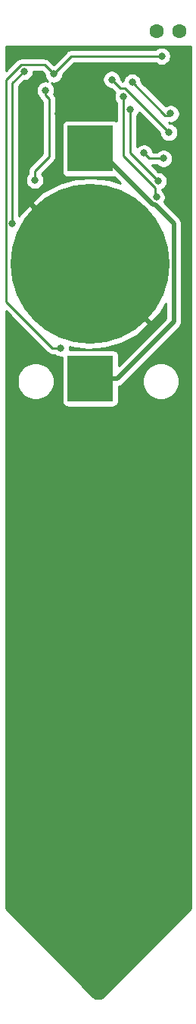
<source format=gbr>
G04 #@! TF.GenerationSoftware,KiCad,Pcbnew,(5.1.10)-1*
G04 #@! TF.CreationDate,2021-05-26T14:01:48+03:00*
G04 #@! TF.ProjectId,parasite,70617261-7369-4746-952e-6b696361645f,1.0.0*
G04 #@! TF.SameCoordinates,Original*
G04 #@! TF.FileFunction,Copper,L2,Bot*
G04 #@! TF.FilePolarity,Positive*
%FSLAX46Y46*%
G04 Gerber Fmt 4.6, Leading zero omitted, Abs format (unit mm)*
G04 Created by KiCad (PCBNEW (5.1.10)-1) date 2021-05-26 14:01:48*
%MOMM*%
%LPD*%
G01*
G04 APERTURE LIST*
G04 #@! TA.AperFunction,ComponentPad*
%ADD10C,1.600000*%
G04 #@! TD*
G04 #@! TA.AperFunction,SMDPad,CuDef*
%ADD11C,17.800000*%
G04 #@! TD*
G04 #@! TA.AperFunction,SMDPad,CuDef*
%ADD12R,5.100000X5.100000*%
G04 #@! TD*
G04 #@! TA.AperFunction,ViaPad*
%ADD13C,0.800000*%
G04 #@! TD*
G04 #@! TA.AperFunction,Conductor*
%ADD14C,0.250000*%
G04 #@! TD*
G04 #@! TA.AperFunction,Conductor*
%ADD15C,0.500000*%
G04 #@! TD*
G04 #@! TA.AperFunction,Conductor*
%ADD16C,0.254000*%
G04 #@! TD*
G04 #@! TA.AperFunction,Conductor*
%ADD17C,0.100000*%
G04 #@! TD*
G04 APERTURE END LIST*
D10*
X74560000Y-29050000D03*
X77100000Y-29050000D03*
D11*
X67100000Y-54900000D03*
D12*
X67100000Y-42100000D03*
X67100000Y-67700000D03*
D13*
X68700000Y-60700000D03*
X65800000Y-61100000D03*
X74800000Y-53800000D03*
X74800000Y-54700000D03*
X71300000Y-52400000D03*
X72200000Y-52400000D03*
X63500000Y-51400000D03*
X63500000Y-50500000D03*
X63500000Y-49600000D03*
X67198744Y-55038241D03*
X64100000Y-55237500D03*
X65862500Y-55237500D03*
X63500000Y-38200000D03*
X64700000Y-38200000D03*
X65800000Y-38200000D03*
X67100000Y-38200000D03*
X67100000Y-67700000D03*
X67800000Y-67000000D03*
X68550000Y-66250000D03*
X63000000Y-33800000D03*
X75100000Y-31800000D03*
X63800000Y-64300000D03*
X62100000Y-35600000D03*
X60900000Y-45600000D03*
X58400000Y-50400000D03*
X59699999Y-33500000D03*
X71800000Y-34700000D03*
X76100000Y-38200000D03*
X69500000Y-34400000D03*
X75900000Y-40300000D03*
X69500000Y-34400000D03*
X75300000Y-43200000D03*
X73119000Y-42600000D03*
X74700000Y-45700000D03*
X71600000Y-37700000D03*
X70800000Y-36300000D03*
X74493886Y-47510431D03*
D14*
X63225000Y-38275000D02*
X63300000Y-38200000D01*
X63200000Y-38200000D02*
X64500000Y-38200000D01*
X65800000Y-38200000D02*
X67100000Y-38200000D01*
D15*
X76450001Y-61399999D02*
X76450001Y-50450001D01*
X70150000Y-67700000D02*
X76450001Y-61399999D01*
X67100000Y-67700000D02*
X70150000Y-67700000D01*
X67825453Y-42100000D02*
X67100000Y-42100000D01*
X74085885Y-48360432D02*
X67825453Y-42100000D01*
X74360432Y-48360432D02*
X74085885Y-48360432D01*
X76450001Y-50450001D02*
X74360432Y-48360432D01*
D14*
X65000000Y-31800000D02*
X75100000Y-31800000D01*
X63000000Y-33800000D02*
X65000000Y-31800000D01*
X62846998Y-64300000D02*
X63800000Y-64300000D01*
X59351998Y-32774999D02*
X57674999Y-34451998D01*
X57674999Y-59128001D02*
X62846998Y-64300000D01*
X57674999Y-34451998D02*
X57674999Y-59128001D01*
X61974999Y-32774999D02*
X59351998Y-32774999D01*
X63000000Y-33800000D02*
X61974999Y-32774999D01*
X62100000Y-36165685D02*
X62500000Y-36565685D01*
X62100000Y-35600000D02*
X62100000Y-36165685D01*
X62500000Y-36565685D02*
X62500000Y-43000000D01*
X62500000Y-43000000D02*
X60900000Y-44600000D01*
X60900000Y-44600000D02*
X60900000Y-45600000D01*
X58400000Y-34799999D02*
X58400000Y-50400000D01*
X59699999Y-33500000D02*
X58400000Y-34799999D01*
X71800000Y-34700000D02*
X75500000Y-38400000D01*
X75900000Y-38400000D02*
X76100000Y-38200000D01*
X75500000Y-38400000D02*
X75900000Y-38400000D01*
X71000001Y-35400001D02*
X75900000Y-40300000D01*
X69500000Y-34400000D02*
X69899999Y-34799999D01*
X70500001Y-35400001D02*
X69500000Y-34400000D01*
X71000001Y-35400001D02*
X70500001Y-35400001D01*
X73719000Y-43200000D02*
X73119000Y-42600000D01*
X75300000Y-43200000D02*
X73719000Y-43200000D01*
X74700000Y-45700000D02*
X71600000Y-42600000D01*
X71600000Y-42600000D02*
X71600000Y-37700000D01*
X74400000Y-47500000D02*
X74400000Y-46500000D01*
X74400000Y-46500000D02*
X70800000Y-42900000D01*
X70800000Y-42900000D02*
X70800000Y-36300000D01*
D16*
X78340001Y-126726618D02*
X68556139Y-136510479D01*
X68417802Y-136624109D01*
X68288623Y-136693375D01*
X68148451Y-136736230D01*
X68002623Y-136751043D01*
X67856695Y-136737248D01*
X67716222Y-136695371D01*
X67586563Y-136627010D01*
X67448982Y-136515599D01*
X57660000Y-126726620D01*
X57660000Y-67794731D01*
X58915870Y-67794731D01*
X58915870Y-68205269D01*
X58995962Y-68607918D01*
X59153068Y-68987206D01*
X59381151Y-69328555D01*
X59671445Y-69618849D01*
X60012794Y-69846932D01*
X60392082Y-70004038D01*
X60794731Y-70084130D01*
X61205269Y-70084130D01*
X61607918Y-70004038D01*
X61987206Y-69846932D01*
X62328555Y-69618849D01*
X62618849Y-69328555D01*
X62846932Y-68987206D01*
X63004038Y-68607918D01*
X63084130Y-68205269D01*
X63084130Y-67794731D01*
X63004038Y-67392082D01*
X62846932Y-67012794D01*
X62618849Y-66671445D01*
X62328555Y-66381151D01*
X61987206Y-66153068D01*
X61607918Y-65995962D01*
X61205269Y-65915870D01*
X60794731Y-65915870D01*
X60392082Y-65995962D01*
X60012794Y-66153068D01*
X59671445Y-66381151D01*
X59381151Y-66671445D01*
X59153068Y-67012794D01*
X58995962Y-67392082D01*
X58915870Y-67794731D01*
X57660000Y-67794731D01*
X57660000Y-60187803D01*
X62283199Y-64811003D01*
X62306997Y-64840001D01*
X62335995Y-64863799D01*
X62422721Y-64934974D01*
X62554751Y-65005546D01*
X62698012Y-65049003D01*
X62809665Y-65060000D01*
X62809674Y-65060000D01*
X62846997Y-65063676D01*
X62884320Y-65060000D01*
X63096289Y-65060000D01*
X63140226Y-65103937D01*
X63309744Y-65217205D01*
X63498102Y-65295226D01*
X63698061Y-65335000D01*
X63901939Y-65335000D01*
X63911928Y-65333013D01*
X63911928Y-70250000D01*
X63924188Y-70374482D01*
X63960498Y-70494180D01*
X64019463Y-70604494D01*
X64098815Y-70701185D01*
X64195506Y-70780537D01*
X64305820Y-70839502D01*
X64425518Y-70875812D01*
X64550000Y-70888072D01*
X69650000Y-70888072D01*
X69774482Y-70875812D01*
X69894180Y-70839502D01*
X70004494Y-70780537D01*
X70101185Y-70701185D01*
X70180537Y-70604494D01*
X70239502Y-70494180D01*
X70275812Y-70374482D01*
X70288072Y-70250000D01*
X70288072Y-68575683D01*
X70323490Y-68572195D01*
X70490313Y-68521589D01*
X70644059Y-68439411D01*
X70778817Y-68328817D01*
X70806534Y-68295044D01*
X71306847Y-67794731D01*
X72915870Y-67794731D01*
X72915870Y-68205269D01*
X72995962Y-68607918D01*
X73153068Y-68987206D01*
X73381151Y-69328555D01*
X73671445Y-69618849D01*
X74012794Y-69846932D01*
X74392082Y-70004038D01*
X74794731Y-70084130D01*
X75205269Y-70084130D01*
X75607918Y-70004038D01*
X75987206Y-69846932D01*
X76328555Y-69618849D01*
X76618849Y-69328555D01*
X76846932Y-68987206D01*
X77004038Y-68607918D01*
X77084130Y-68205269D01*
X77084130Y-67794731D01*
X77004038Y-67392082D01*
X76846932Y-67012794D01*
X76618849Y-66671445D01*
X76328555Y-66381151D01*
X75987206Y-66153068D01*
X75607918Y-65995962D01*
X75205269Y-65915870D01*
X74794731Y-65915870D01*
X74392082Y-65995962D01*
X74012794Y-66153068D01*
X73671445Y-66381151D01*
X73381151Y-66671445D01*
X73153068Y-67012794D01*
X72995962Y-67392082D01*
X72915870Y-67794731D01*
X71306847Y-67794731D01*
X77045052Y-62056527D01*
X77078818Y-62028816D01*
X77189412Y-61894058D01*
X77271590Y-61740312D01*
X77322196Y-61573489D01*
X77335001Y-61443476D01*
X77335001Y-61443468D01*
X77339282Y-61399999D01*
X77335001Y-61356530D01*
X77335001Y-50493470D01*
X77339282Y-50450001D01*
X77335001Y-50406532D01*
X77335001Y-50406524D01*
X77322196Y-50276511D01*
X77271590Y-50109688D01*
X77189412Y-49955942D01*
X77078818Y-49821184D01*
X77045050Y-49793471D01*
X75347474Y-48095896D01*
X75411091Y-48000687D01*
X75489112Y-47812329D01*
X75528886Y-47612370D01*
X75528886Y-47408492D01*
X75489112Y-47208533D01*
X75411091Y-47020175D01*
X75297823Y-46850657D01*
X75160000Y-46712834D01*
X75160000Y-46629738D01*
X75190256Y-46617205D01*
X75359774Y-46503937D01*
X75503937Y-46359774D01*
X75617205Y-46190256D01*
X75695226Y-46001898D01*
X75735000Y-45801939D01*
X75735000Y-45598061D01*
X75695226Y-45398102D01*
X75617205Y-45209744D01*
X75503937Y-45040226D01*
X75359774Y-44896063D01*
X75190256Y-44782795D01*
X75001898Y-44704774D01*
X74801939Y-44665000D01*
X74739802Y-44665000D01*
X74034802Y-43960000D01*
X74596289Y-43960000D01*
X74640226Y-44003937D01*
X74809744Y-44117205D01*
X74998102Y-44195226D01*
X75198061Y-44235000D01*
X75401939Y-44235000D01*
X75601898Y-44195226D01*
X75790256Y-44117205D01*
X75959774Y-44003937D01*
X76103937Y-43859774D01*
X76217205Y-43690256D01*
X76295226Y-43501898D01*
X76335000Y-43301939D01*
X76335000Y-43098061D01*
X76295226Y-42898102D01*
X76217205Y-42709744D01*
X76103937Y-42540226D01*
X75959774Y-42396063D01*
X75790256Y-42282795D01*
X75601898Y-42204774D01*
X75401939Y-42165000D01*
X75198061Y-42165000D01*
X74998102Y-42204774D01*
X74809744Y-42282795D01*
X74640226Y-42396063D01*
X74596289Y-42440000D01*
X74142451Y-42440000D01*
X74114226Y-42298102D01*
X74036205Y-42109744D01*
X73922937Y-41940226D01*
X73778774Y-41796063D01*
X73609256Y-41682795D01*
X73420898Y-41604774D01*
X73220939Y-41565000D01*
X73017061Y-41565000D01*
X72817102Y-41604774D01*
X72628744Y-41682795D01*
X72459226Y-41796063D01*
X72360000Y-41895289D01*
X72360000Y-38403711D01*
X72403937Y-38359774D01*
X72517205Y-38190256D01*
X72575271Y-38050073D01*
X74865000Y-40339802D01*
X74865000Y-40401939D01*
X74904774Y-40601898D01*
X74982795Y-40790256D01*
X75096063Y-40959774D01*
X75240226Y-41103937D01*
X75409744Y-41217205D01*
X75598102Y-41295226D01*
X75798061Y-41335000D01*
X76001939Y-41335000D01*
X76201898Y-41295226D01*
X76390256Y-41217205D01*
X76559774Y-41103937D01*
X76703937Y-40959774D01*
X76817205Y-40790256D01*
X76895226Y-40601898D01*
X76935000Y-40401939D01*
X76935000Y-40198061D01*
X76895226Y-39998102D01*
X76817205Y-39809744D01*
X76703937Y-39640226D01*
X76559774Y-39496063D01*
X76390256Y-39382795D01*
X76201898Y-39304774D01*
X76001939Y-39265000D01*
X75939802Y-39265000D01*
X75887887Y-39213085D01*
X75998061Y-39235000D01*
X76201939Y-39235000D01*
X76401898Y-39195226D01*
X76590256Y-39117205D01*
X76759774Y-39003937D01*
X76903937Y-38859774D01*
X77017205Y-38690256D01*
X77095226Y-38501898D01*
X77135000Y-38301939D01*
X77135000Y-38098061D01*
X77095226Y-37898102D01*
X77017205Y-37709744D01*
X76903937Y-37540226D01*
X76759774Y-37396063D01*
X76590256Y-37282795D01*
X76401898Y-37204774D01*
X76201939Y-37165000D01*
X75998061Y-37165000D01*
X75798102Y-37204774D01*
X75609744Y-37282795D01*
X75518538Y-37343736D01*
X72835000Y-34660199D01*
X72835000Y-34598061D01*
X72795226Y-34398102D01*
X72717205Y-34209744D01*
X72603937Y-34040226D01*
X72459774Y-33896063D01*
X72290256Y-33782795D01*
X72101898Y-33704774D01*
X71901939Y-33665000D01*
X71698061Y-33665000D01*
X71498102Y-33704774D01*
X71309744Y-33782795D01*
X71140226Y-33896063D01*
X70996063Y-34040226D01*
X70882795Y-34209744D01*
X70804774Y-34398102D01*
X70766305Y-34591503D01*
X70535000Y-34360199D01*
X70535000Y-34298061D01*
X70495226Y-34098102D01*
X70417205Y-33909744D01*
X70303937Y-33740226D01*
X70159774Y-33596063D01*
X69990256Y-33482795D01*
X69801898Y-33404774D01*
X69601939Y-33365000D01*
X69398061Y-33365000D01*
X69198102Y-33404774D01*
X69009744Y-33482795D01*
X68840226Y-33596063D01*
X68696063Y-33740226D01*
X68582795Y-33909744D01*
X68504774Y-34098102D01*
X68465000Y-34298061D01*
X68465000Y-34501939D01*
X68504774Y-34701898D01*
X68582795Y-34890256D01*
X68696063Y-35059774D01*
X68840226Y-35203937D01*
X69009744Y-35317205D01*
X69198102Y-35395226D01*
X69398061Y-35435000D01*
X69460199Y-35435000D01*
X69868779Y-35843581D01*
X69804774Y-35998102D01*
X69765000Y-36198061D01*
X69765000Y-36401939D01*
X69804774Y-36601898D01*
X69882795Y-36790256D01*
X69996063Y-36959774D01*
X70040001Y-37003712D01*
X70040001Y-39048602D01*
X70004494Y-39019463D01*
X69894180Y-38960498D01*
X69774482Y-38924188D01*
X69650000Y-38911928D01*
X64550000Y-38911928D01*
X64425518Y-38924188D01*
X64305820Y-38960498D01*
X64195506Y-39019463D01*
X64098815Y-39098815D01*
X64019463Y-39195506D01*
X63960498Y-39305820D01*
X63924188Y-39425518D01*
X63911928Y-39550000D01*
X63911928Y-44650000D01*
X63924188Y-44774482D01*
X63960498Y-44894180D01*
X64019463Y-45004494D01*
X64098815Y-45101185D01*
X64195506Y-45180537D01*
X64305820Y-45239502D01*
X64425518Y-45275812D01*
X64550000Y-45288072D01*
X69650000Y-45288072D01*
X69751910Y-45278035D01*
X70433997Y-45960123D01*
X69212984Y-45554762D01*
X67349218Y-45322106D01*
X65475875Y-45457522D01*
X63664946Y-45955808D01*
X61986024Y-46797814D01*
X61571590Y-47074730D01*
X60527775Y-48148170D01*
X67100000Y-54720395D01*
X67114143Y-54706253D01*
X67293748Y-54885858D01*
X67279605Y-54900000D01*
X73851830Y-61472225D01*
X74925270Y-60428410D01*
X75565001Y-59302989D01*
X75565001Y-61033420D01*
X70288072Y-66310350D01*
X70288072Y-65150000D01*
X70275812Y-65025518D01*
X70239502Y-64905820D01*
X70180537Y-64795506D01*
X70101185Y-64698815D01*
X70004494Y-64619463D01*
X69894180Y-64560498D01*
X69774482Y-64524188D01*
X69650000Y-64511928D01*
X64813122Y-64511928D01*
X64835000Y-64401939D01*
X64835000Y-64198061D01*
X64834299Y-64194538D01*
X64987016Y-64245238D01*
X66850782Y-64477894D01*
X68724125Y-64342478D01*
X70535054Y-63844192D01*
X72213976Y-63002186D01*
X72628410Y-62725270D01*
X73672225Y-61651830D01*
X67100000Y-55079605D01*
X67085858Y-55093748D01*
X66906253Y-54914143D01*
X66920395Y-54900000D01*
X60348170Y-48327775D01*
X59274730Y-49371590D01*
X59160000Y-49573424D01*
X59160000Y-35114800D01*
X59739801Y-34535000D01*
X59801938Y-34535000D01*
X60001897Y-34495226D01*
X60190255Y-34417205D01*
X60359773Y-34303937D01*
X60503936Y-34159774D01*
X60617204Y-33990256D01*
X60695225Y-33801898D01*
X60734999Y-33601939D01*
X60734999Y-33534999D01*
X61660198Y-33534999D01*
X61965000Y-33839802D01*
X61965000Y-33901939D01*
X62004774Y-34101898D01*
X62082795Y-34290256D01*
X62196063Y-34459774D01*
X62325958Y-34589669D01*
X62201939Y-34565000D01*
X61998061Y-34565000D01*
X61798102Y-34604774D01*
X61609744Y-34682795D01*
X61440226Y-34796063D01*
X61296063Y-34940226D01*
X61182795Y-35109744D01*
X61104774Y-35298102D01*
X61065000Y-35498061D01*
X61065000Y-35701939D01*
X61104774Y-35901898D01*
X61182795Y-36090256D01*
X61296063Y-36259774D01*
X61351013Y-36314724D01*
X61394454Y-36457932D01*
X61419037Y-36503921D01*
X61465026Y-36589961D01*
X61526610Y-36665000D01*
X61560000Y-36705686D01*
X61588998Y-36729484D01*
X61740000Y-36880487D01*
X61740001Y-42685197D01*
X60389003Y-44036196D01*
X60359999Y-44059999D01*
X60313052Y-44117205D01*
X60265026Y-44175724D01*
X60254602Y-44195226D01*
X60194454Y-44307754D01*
X60150997Y-44451015D01*
X60140000Y-44562668D01*
X60140000Y-44562678D01*
X60136324Y-44600000D01*
X60140000Y-44637323D01*
X60140000Y-44896289D01*
X60096063Y-44940226D01*
X59982795Y-45109744D01*
X59904774Y-45298102D01*
X59865000Y-45498061D01*
X59865000Y-45701939D01*
X59904774Y-45901898D01*
X59982795Y-46090256D01*
X60096063Y-46259774D01*
X60240226Y-46403937D01*
X60409744Y-46517205D01*
X60598102Y-46595226D01*
X60798061Y-46635000D01*
X61001939Y-46635000D01*
X61201898Y-46595226D01*
X61390256Y-46517205D01*
X61559774Y-46403937D01*
X61703937Y-46259774D01*
X61817205Y-46090256D01*
X61895226Y-45901898D01*
X61935000Y-45701939D01*
X61935000Y-45498061D01*
X61895226Y-45298102D01*
X61817205Y-45109744D01*
X61703937Y-44940226D01*
X61669256Y-44905545D01*
X63011003Y-43563799D01*
X63040001Y-43540001D01*
X63134974Y-43424276D01*
X63205546Y-43292247D01*
X63249003Y-43148986D01*
X63260000Y-43037333D01*
X63260000Y-43037325D01*
X63263676Y-43000000D01*
X63260000Y-42962675D01*
X63260000Y-36603007D01*
X63263676Y-36565684D01*
X63260000Y-36528361D01*
X63260000Y-36528352D01*
X63249003Y-36416699D01*
X63205546Y-36273438D01*
X63134974Y-36141409D01*
X63042627Y-36028883D01*
X63095226Y-35901898D01*
X63135000Y-35701939D01*
X63135000Y-35498061D01*
X63095226Y-35298102D01*
X63017205Y-35109744D01*
X62903937Y-34940226D01*
X62774042Y-34810331D01*
X62898061Y-34835000D01*
X63101939Y-34835000D01*
X63301898Y-34795226D01*
X63490256Y-34717205D01*
X63659774Y-34603937D01*
X63803937Y-34459774D01*
X63917205Y-34290256D01*
X63995226Y-34101898D01*
X64035000Y-33901939D01*
X64035000Y-33839801D01*
X65314802Y-32560000D01*
X74396289Y-32560000D01*
X74440226Y-32603937D01*
X74609744Y-32717205D01*
X74798102Y-32795226D01*
X74998061Y-32835000D01*
X75201939Y-32835000D01*
X75401898Y-32795226D01*
X75590256Y-32717205D01*
X75759774Y-32603937D01*
X75903937Y-32459774D01*
X76017205Y-32290256D01*
X76095226Y-32101898D01*
X76135000Y-31901939D01*
X76135000Y-31698061D01*
X76095226Y-31498102D01*
X76017205Y-31309744D01*
X75903937Y-31140226D01*
X75759774Y-30996063D01*
X75590256Y-30882795D01*
X75401898Y-30804774D01*
X75201939Y-30765000D01*
X74998061Y-30765000D01*
X74798102Y-30804774D01*
X74609744Y-30882795D01*
X74440226Y-30996063D01*
X74396289Y-31040000D01*
X65037322Y-31040000D01*
X64999999Y-31036324D01*
X64962676Y-31040000D01*
X64962667Y-31040000D01*
X64851014Y-31050997D01*
X64707753Y-31094454D01*
X64575723Y-31165026D01*
X64492083Y-31233668D01*
X64459999Y-31259999D01*
X64436201Y-31288997D01*
X63000000Y-32725199D01*
X62538803Y-32264001D01*
X62515000Y-32234998D01*
X62399275Y-32140025D01*
X62267246Y-32069453D01*
X62123985Y-32025996D01*
X62012332Y-32014999D01*
X62012321Y-32014999D01*
X61974999Y-32011323D01*
X61937677Y-32014999D01*
X59389323Y-32014999D01*
X59351998Y-32011323D01*
X59314673Y-32014999D01*
X59314665Y-32014999D01*
X59203012Y-32025996D01*
X59059751Y-32069453D01*
X58927722Y-32140025D01*
X58811997Y-32234998D01*
X58788199Y-32263996D01*
X57660000Y-33392196D01*
X57660000Y-30727000D01*
X78340000Y-30727000D01*
X78340001Y-126726618D01*
G04 #@! TA.AperFunction,Conductor*
D17*
G36*
X78340001Y-126726618D02*
G01*
X68556139Y-136510479D01*
X68417802Y-136624109D01*
X68288623Y-136693375D01*
X68148451Y-136736230D01*
X68002623Y-136751043D01*
X67856695Y-136737248D01*
X67716222Y-136695371D01*
X67586563Y-136627010D01*
X67448982Y-136515599D01*
X57660000Y-126726620D01*
X57660000Y-67794731D01*
X58915870Y-67794731D01*
X58915870Y-68205269D01*
X58995962Y-68607918D01*
X59153068Y-68987206D01*
X59381151Y-69328555D01*
X59671445Y-69618849D01*
X60012794Y-69846932D01*
X60392082Y-70004038D01*
X60794731Y-70084130D01*
X61205269Y-70084130D01*
X61607918Y-70004038D01*
X61987206Y-69846932D01*
X62328555Y-69618849D01*
X62618849Y-69328555D01*
X62846932Y-68987206D01*
X63004038Y-68607918D01*
X63084130Y-68205269D01*
X63084130Y-67794731D01*
X63004038Y-67392082D01*
X62846932Y-67012794D01*
X62618849Y-66671445D01*
X62328555Y-66381151D01*
X61987206Y-66153068D01*
X61607918Y-65995962D01*
X61205269Y-65915870D01*
X60794731Y-65915870D01*
X60392082Y-65995962D01*
X60012794Y-66153068D01*
X59671445Y-66381151D01*
X59381151Y-66671445D01*
X59153068Y-67012794D01*
X58995962Y-67392082D01*
X58915870Y-67794731D01*
X57660000Y-67794731D01*
X57660000Y-60187803D01*
X62283199Y-64811003D01*
X62306997Y-64840001D01*
X62335995Y-64863799D01*
X62422721Y-64934974D01*
X62554751Y-65005546D01*
X62698012Y-65049003D01*
X62809665Y-65060000D01*
X62809674Y-65060000D01*
X62846997Y-65063676D01*
X62884320Y-65060000D01*
X63096289Y-65060000D01*
X63140226Y-65103937D01*
X63309744Y-65217205D01*
X63498102Y-65295226D01*
X63698061Y-65335000D01*
X63901939Y-65335000D01*
X63911928Y-65333013D01*
X63911928Y-70250000D01*
X63924188Y-70374482D01*
X63960498Y-70494180D01*
X64019463Y-70604494D01*
X64098815Y-70701185D01*
X64195506Y-70780537D01*
X64305820Y-70839502D01*
X64425518Y-70875812D01*
X64550000Y-70888072D01*
X69650000Y-70888072D01*
X69774482Y-70875812D01*
X69894180Y-70839502D01*
X70004494Y-70780537D01*
X70101185Y-70701185D01*
X70180537Y-70604494D01*
X70239502Y-70494180D01*
X70275812Y-70374482D01*
X70288072Y-70250000D01*
X70288072Y-68575683D01*
X70323490Y-68572195D01*
X70490313Y-68521589D01*
X70644059Y-68439411D01*
X70778817Y-68328817D01*
X70806534Y-68295044D01*
X71306847Y-67794731D01*
X72915870Y-67794731D01*
X72915870Y-68205269D01*
X72995962Y-68607918D01*
X73153068Y-68987206D01*
X73381151Y-69328555D01*
X73671445Y-69618849D01*
X74012794Y-69846932D01*
X74392082Y-70004038D01*
X74794731Y-70084130D01*
X75205269Y-70084130D01*
X75607918Y-70004038D01*
X75987206Y-69846932D01*
X76328555Y-69618849D01*
X76618849Y-69328555D01*
X76846932Y-68987206D01*
X77004038Y-68607918D01*
X77084130Y-68205269D01*
X77084130Y-67794731D01*
X77004038Y-67392082D01*
X76846932Y-67012794D01*
X76618849Y-66671445D01*
X76328555Y-66381151D01*
X75987206Y-66153068D01*
X75607918Y-65995962D01*
X75205269Y-65915870D01*
X74794731Y-65915870D01*
X74392082Y-65995962D01*
X74012794Y-66153068D01*
X73671445Y-66381151D01*
X73381151Y-66671445D01*
X73153068Y-67012794D01*
X72995962Y-67392082D01*
X72915870Y-67794731D01*
X71306847Y-67794731D01*
X77045052Y-62056527D01*
X77078818Y-62028816D01*
X77189412Y-61894058D01*
X77271590Y-61740312D01*
X77322196Y-61573489D01*
X77335001Y-61443476D01*
X77335001Y-61443468D01*
X77339282Y-61399999D01*
X77335001Y-61356530D01*
X77335001Y-50493470D01*
X77339282Y-50450001D01*
X77335001Y-50406532D01*
X77335001Y-50406524D01*
X77322196Y-50276511D01*
X77271590Y-50109688D01*
X77189412Y-49955942D01*
X77078818Y-49821184D01*
X77045050Y-49793471D01*
X75347474Y-48095896D01*
X75411091Y-48000687D01*
X75489112Y-47812329D01*
X75528886Y-47612370D01*
X75528886Y-47408492D01*
X75489112Y-47208533D01*
X75411091Y-47020175D01*
X75297823Y-46850657D01*
X75160000Y-46712834D01*
X75160000Y-46629738D01*
X75190256Y-46617205D01*
X75359774Y-46503937D01*
X75503937Y-46359774D01*
X75617205Y-46190256D01*
X75695226Y-46001898D01*
X75735000Y-45801939D01*
X75735000Y-45598061D01*
X75695226Y-45398102D01*
X75617205Y-45209744D01*
X75503937Y-45040226D01*
X75359774Y-44896063D01*
X75190256Y-44782795D01*
X75001898Y-44704774D01*
X74801939Y-44665000D01*
X74739802Y-44665000D01*
X74034802Y-43960000D01*
X74596289Y-43960000D01*
X74640226Y-44003937D01*
X74809744Y-44117205D01*
X74998102Y-44195226D01*
X75198061Y-44235000D01*
X75401939Y-44235000D01*
X75601898Y-44195226D01*
X75790256Y-44117205D01*
X75959774Y-44003937D01*
X76103937Y-43859774D01*
X76217205Y-43690256D01*
X76295226Y-43501898D01*
X76335000Y-43301939D01*
X76335000Y-43098061D01*
X76295226Y-42898102D01*
X76217205Y-42709744D01*
X76103937Y-42540226D01*
X75959774Y-42396063D01*
X75790256Y-42282795D01*
X75601898Y-42204774D01*
X75401939Y-42165000D01*
X75198061Y-42165000D01*
X74998102Y-42204774D01*
X74809744Y-42282795D01*
X74640226Y-42396063D01*
X74596289Y-42440000D01*
X74142451Y-42440000D01*
X74114226Y-42298102D01*
X74036205Y-42109744D01*
X73922937Y-41940226D01*
X73778774Y-41796063D01*
X73609256Y-41682795D01*
X73420898Y-41604774D01*
X73220939Y-41565000D01*
X73017061Y-41565000D01*
X72817102Y-41604774D01*
X72628744Y-41682795D01*
X72459226Y-41796063D01*
X72360000Y-41895289D01*
X72360000Y-38403711D01*
X72403937Y-38359774D01*
X72517205Y-38190256D01*
X72575271Y-38050073D01*
X74865000Y-40339802D01*
X74865000Y-40401939D01*
X74904774Y-40601898D01*
X74982795Y-40790256D01*
X75096063Y-40959774D01*
X75240226Y-41103937D01*
X75409744Y-41217205D01*
X75598102Y-41295226D01*
X75798061Y-41335000D01*
X76001939Y-41335000D01*
X76201898Y-41295226D01*
X76390256Y-41217205D01*
X76559774Y-41103937D01*
X76703937Y-40959774D01*
X76817205Y-40790256D01*
X76895226Y-40601898D01*
X76935000Y-40401939D01*
X76935000Y-40198061D01*
X76895226Y-39998102D01*
X76817205Y-39809744D01*
X76703937Y-39640226D01*
X76559774Y-39496063D01*
X76390256Y-39382795D01*
X76201898Y-39304774D01*
X76001939Y-39265000D01*
X75939802Y-39265000D01*
X75887887Y-39213085D01*
X75998061Y-39235000D01*
X76201939Y-39235000D01*
X76401898Y-39195226D01*
X76590256Y-39117205D01*
X76759774Y-39003937D01*
X76903937Y-38859774D01*
X77017205Y-38690256D01*
X77095226Y-38501898D01*
X77135000Y-38301939D01*
X77135000Y-38098061D01*
X77095226Y-37898102D01*
X77017205Y-37709744D01*
X76903937Y-37540226D01*
X76759774Y-37396063D01*
X76590256Y-37282795D01*
X76401898Y-37204774D01*
X76201939Y-37165000D01*
X75998061Y-37165000D01*
X75798102Y-37204774D01*
X75609744Y-37282795D01*
X75518538Y-37343736D01*
X72835000Y-34660199D01*
X72835000Y-34598061D01*
X72795226Y-34398102D01*
X72717205Y-34209744D01*
X72603937Y-34040226D01*
X72459774Y-33896063D01*
X72290256Y-33782795D01*
X72101898Y-33704774D01*
X71901939Y-33665000D01*
X71698061Y-33665000D01*
X71498102Y-33704774D01*
X71309744Y-33782795D01*
X71140226Y-33896063D01*
X70996063Y-34040226D01*
X70882795Y-34209744D01*
X70804774Y-34398102D01*
X70766305Y-34591503D01*
X70535000Y-34360199D01*
X70535000Y-34298061D01*
X70495226Y-34098102D01*
X70417205Y-33909744D01*
X70303937Y-33740226D01*
X70159774Y-33596063D01*
X69990256Y-33482795D01*
X69801898Y-33404774D01*
X69601939Y-33365000D01*
X69398061Y-33365000D01*
X69198102Y-33404774D01*
X69009744Y-33482795D01*
X68840226Y-33596063D01*
X68696063Y-33740226D01*
X68582795Y-33909744D01*
X68504774Y-34098102D01*
X68465000Y-34298061D01*
X68465000Y-34501939D01*
X68504774Y-34701898D01*
X68582795Y-34890256D01*
X68696063Y-35059774D01*
X68840226Y-35203937D01*
X69009744Y-35317205D01*
X69198102Y-35395226D01*
X69398061Y-35435000D01*
X69460199Y-35435000D01*
X69868779Y-35843581D01*
X69804774Y-35998102D01*
X69765000Y-36198061D01*
X69765000Y-36401939D01*
X69804774Y-36601898D01*
X69882795Y-36790256D01*
X69996063Y-36959774D01*
X70040001Y-37003712D01*
X70040001Y-39048602D01*
X70004494Y-39019463D01*
X69894180Y-38960498D01*
X69774482Y-38924188D01*
X69650000Y-38911928D01*
X64550000Y-38911928D01*
X64425518Y-38924188D01*
X64305820Y-38960498D01*
X64195506Y-39019463D01*
X64098815Y-39098815D01*
X64019463Y-39195506D01*
X63960498Y-39305820D01*
X63924188Y-39425518D01*
X63911928Y-39550000D01*
X63911928Y-44650000D01*
X63924188Y-44774482D01*
X63960498Y-44894180D01*
X64019463Y-45004494D01*
X64098815Y-45101185D01*
X64195506Y-45180537D01*
X64305820Y-45239502D01*
X64425518Y-45275812D01*
X64550000Y-45288072D01*
X69650000Y-45288072D01*
X69751910Y-45278035D01*
X70433997Y-45960123D01*
X69212984Y-45554762D01*
X67349218Y-45322106D01*
X65475875Y-45457522D01*
X63664946Y-45955808D01*
X61986024Y-46797814D01*
X61571590Y-47074730D01*
X60527775Y-48148170D01*
X67100000Y-54720395D01*
X67114143Y-54706253D01*
X67293748Y-54885858D01*
X67279605Y-54900000D01*
X73851830Y-61472225D01*
X74925270Y-60428410D01*
X75565001Y-59302989D01*
X75565001Y-61033420D01*
X70288072Y-66310350D01*
X70288072Y-65150000D01*
X70275812Y-65025518D01*
X70239502Y-64905820D01*
X70180537Y-64795506D01*
X70101185Y-64698815D01*
X70004494Y-64619463D01*
X69894180Y-64560498D01*
X69774482Y-64524188D01*
X69650000Y-64511928D01*
X64813122Y-64511928D01*
X64835000Y-64401939D01*
X64835000Y-64198061D01*
X64834299Y-64194538D01*
X64987016Y-64245238D01*
X66850782Y-64477894D01*
X68724125Y-64342478D01*
X70535054Y-63844192D01*
X72213976Y-63002186D01*
X72628410Y-62725270D01*
X73672225Y-61651830D01*
X67100000Y-55079605D01*
X67085858Y-55093748D01*
X66906253Y-54914143D01*
X66920395Y-54900000D01*
X60348170Y-48327775D01*
X59274730Y-49371590D01*
X59160000Y-49573424D01*
X59160000Y-35114800D01*
X59739801Y-34535000D01*
X59801938Y-34535000D01*
X60001897Y-34495226D01*
X60190255Y-34417205D01*
X60359773Y-34303937D01*
X60503936Y-34159774D01*
X60617204Y-33990256D01*
X60695225Y-33801898D01*
X60734999Y-33601939D01*
X60734999Y-33534999D01*
X61660198Y-33534999D01*
X61965000Y-33839802D01*
X61965000Y-33901939D01*
X62004774Y-34101898D01*
X62082795Y-34290256D01*
X62196063Y-34459774D01*
X62325958Y-34589669D01*
X62201939Y-34565000D01*
X61998061Y-34565000D01*
X61798102Y-34604774D01*
X61609744Y-34682795D01*
X61440226Y-34796063D01*
X61296063Y-34940226D01*
X61182795Y-35109744D01*
X61104774Y-35298102D01*
X61065000Y-35498061D01*
X61065000Y-35701939D01*
X61104774Y-35901898D01*
X61182795Y-36090256D01*
X61296063Y-36259774D01*
X61351013Y-36314724D01*
X61394454Y-36457932D01*
X61419037Y-36503921D01*
X61465026Y-36589961D01*
X61526610Y-36665000D01*
X61560000Y-36705686D01*
X61588998Y-36729484D01*
X61740000Y-36880487D01*
X61740001Y-42685197D01*
X60389003Y-44036196D01*
X60359999Y-44059999D01*
X60313052Y-44117205D01*
X60265026Y-44175724D01*
X60254602Y-44195226D01*
X60194454Y-44307754D01*
X60150997Y-44451015D01*
X60140000Y-44562668D01*
X60140000Y-44562678D01*
X60136324Y-44600000D01*
X60140000Y-44637323D01*
X60140000Y-44896289D01*
X60096063Y-44940226D01*
X59982795Y-45109744D01*
X59904774Y-45298102D01*
X59865000Y-45498061D01*
X59865000Y-45701939D01*
X59904774Y-45901898D01*
X59982795Y-46090256D01*
X60096063Y-46259774D01*
X60240226Y-46403937D01*
X60409744Y-46517205D01*
X60598102Y-46595226D01*
X60798061Y-46635000D01*
X61001939Y-46635000D01*
X61201898Y-46595226D01*
X61390256Y-46517205D01*
X61559774Y-46403937D01*
X61703937Y-46259774D01*
X61817205Y-46090256D01*
X61895226Y-45901898D01*
X61935000Y-45701939D01*
X61935000Y-45498061D01*
X61895226Y-45298102D01*
X61817205Y-45109744D01*
X61703937Y-44940226D01*
X61669256Y-44905545D01*
X63011003Y-43563799D01*
X63040001Y-43540001D01*
X63134974Y-43424276D01*
X63205546Y-43292247D01*
X63249003Y-43148986D01*
X63260000Y-43037333D01*
X63260000Y-43037325D01*
X63263676Y-43000000D01*
X63260000Y-42962675D01*
X63260000Y-36603007D01*
X63263676Y-36565684D01*
X63260000Y-36528361D01*
X63260000Y-36528352D01*
X63249003Y-36416699D01*
X63205546Y-36273438D01*
X63134974Y-36141409D01*
X63042627Y-36028883D01*
X63095226Y-35901898D01*
X63135000Y-35701939D01*
X63135000Y-35498061D01*
X63095226Y-35298102D01*
X63017205Y-35109744D01*
X62903937Y-34940226D01*
X62774042Y-34810331D01*
X62898061Y-34835000D01*
X63101939Y-34835000D01*
X63301898Y-34795226D01*
X63490256Y-34717205D01*
X63659774Y-34603937D01*
X63803937Y-34459774D01*
X63917205Y-34290256D01*
X63995226Y-34101898D01*
X64035000Y-33901939D01*
X64035000Y-33839801D01*
X65314802Y-32560000D01*
X74396289Y-32560000D01*
X74440226Y-32603937D01*
X74609744Y-32717205D01*
X74798102Y-32795226D01*
X74998061Y-32835000D01*
X75201939Y-32835000D01*
X75401898Y-32795226D01*
X75590256Y-32717205D01*
X75759774Y-32603937D01*
X75903937Y-32459774D01*
X76017205Y-32290256D01*
X76095226Y-32101898D01*
X76135000Y-31901939D01*
X76135000Y-31698061D01*
X76095226Y-31498102D01*
X76017205Y-31309744D01*
X75903937Y-31140226D01*
X75759774Y-30996063D01*
X75590256Y-30882795D01*
X75401898Y-30804774D01*
X75201939Y-30765000D01*
X74998061Y-30765000D01*
X74798102Y-30804774D01*
X74609744Y-30882795D01*
X74440226Y-30996063D01*
X74396289Y-31040000D01*
X65037322Y-31040000D01*
X64999999Y-31036324D01*
X64962676Y-31040000D01*
X64962667Y-31040000D01*
X64851014Y-31050997D01*
X64707753Y-31094454D01*
X64575723Y-31165026D01*
X64492083Y-31233668D01*
X64459999Y-31259999D01*
X64436201Y-31288997D01*
X63000000Y-32725199D01*
X62538803Y-32264001D01*
X62515000Y-32234998D01*
X62399275Y-32140025D01*
X62267246Y-32069453D01*
X62123985Y-32025996D01*
X62012332Y-32014999D01*
X62012321Y-32014999D01*
X61974999Y-32011323D01*
X61937677Y-32014999D01*
X59389323Y-32014999D01*
X59351998Y-32011323D01*
X59314673Y-32014999D01*
X59314665Y-32014999D01*
X59203012Y-32025996D01*
X59059751Y-32069453D01*
X58927722Y-32140025D01*
X58811997Y-32234998D01*
X58788199Y-32263996D01*
X57660000Y-33392196D01*
X57660000Y-30727000D01*
X78340000Y-30727000D01*
X78340001Y-126726618D01*
G37*
G04 #@! TD.AperFunction*
M02*

</source>
